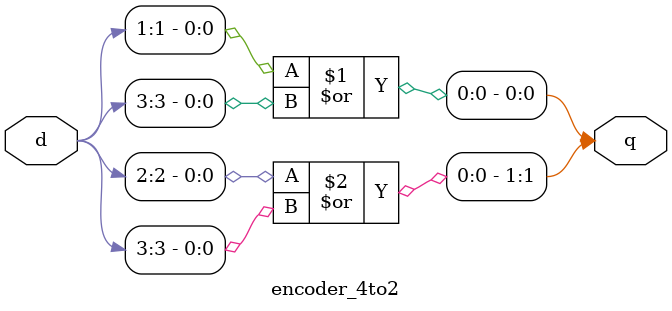
<source format=v>
module encoder_4to2(input [3:0]d,output [1:0]q);
     
      assign q[0]= (d[1] | d[3]);
      assign q[1]= (d[2] | d[3]);
endmodule

</source>
